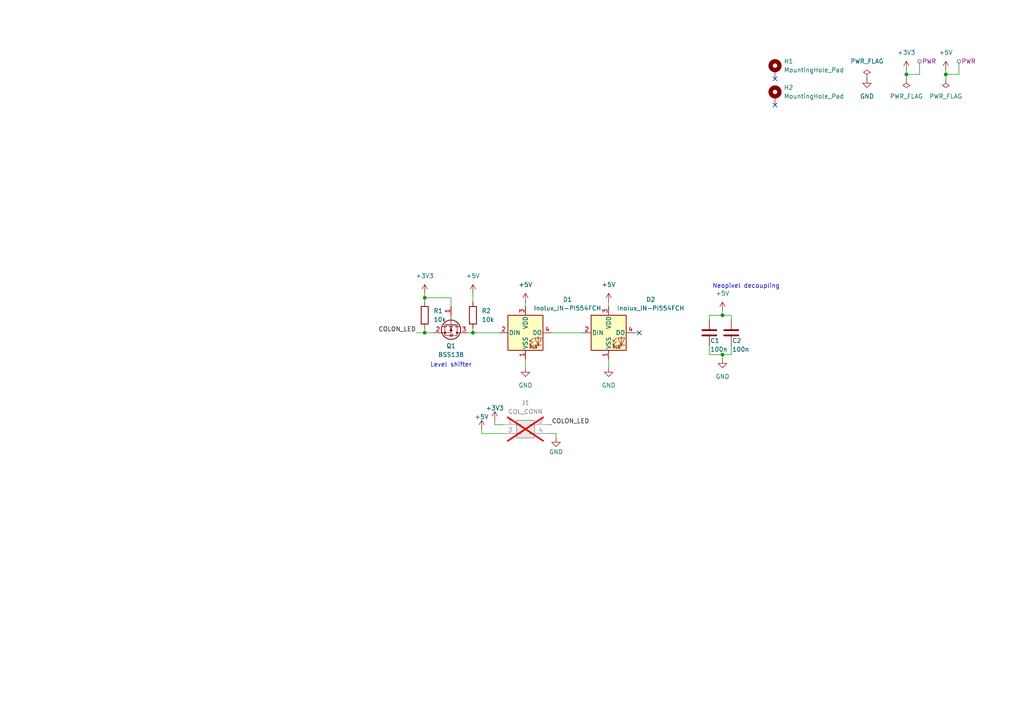
<source format=kicad_sch>
(kicad_sch (version 20250114) (generator "eeschema") (generator_version "9.0")
  (paper "A4")
  (lib_symbols
    (symbol "Connector_Generic:Conn_02x02_Odd_Even" (pin_names (offset 1.016) (hide yes))
      (property "Reference" "J" (at 1.27 2.54 0))
      (property "Value" "Conn_02x02_Odd_Even" (at 1.27 -5.08 0))
      (symbol "Conn_02x02_Odd_Even_1_1"
        (rectangle (start -1.27 1.27) (end 3.81 -3.81) (stroke (width 0.254)) (fill (type background)))
        (rectangle (start -1.27 0.127) (end 0 -0.127) (stroke (width 0.1524)))
        (rectangle (start -1.27 -2.413) (end 0 -2.667) (stroke (width 0.1524)))
        (rectangle (start 3.81 0.127) (end 2.54 -0.127) (stroke (width 0.1524)))
        (rectangle (start 3.81 -2.413) (end 2.54 -2.667) (stroke (width 0.1524)))
        (pin passive line (at -5.08 0 0) (length 3.81) (name "Pin_1") (number "1"))
        (pin passive line (at -5.08 -2.54 0) (length 3.81) (name "Pin_3") (number "3"))
        (pin passive line (at 7.62 0 180) (length 3.81) (name "Pin_2") (number "2"))
        (pin passive line (at 7.62 -2.54 180) (length 3.81) (name "Pin_4") (number "4"))
      )
    )
    (symbol "Device:C" (pin_numbers (hide yes)) (pin_names (offset 0.254))
      (property "Reference" "C" (at 0.635 2.54 0))
      (property "Value" "C" (at 0.635 -2.54 0))
      (symbol "C_0_1"
        (polyline (pts (xy -2.032 0.762) (xy 2.032 0.762)) (stroke (width 0.508)))
        (polyline (pts (xy -2.032 -0.762) (xy 2.032 -0.762)) (stroke (width 0.508)))
      )
      (symbol "C_1_1"
        (pin passive line (at 0 3.81 270) (length 2.794) (name "~") (number "1"))
        (pin passive line (at 0 -3.81 90) (length 2.794) (name "~") (number "2"))
      )
    )
    (symbol "Device:R" (pin_numbers (hide yes)) (pin_names (offset 0))
      (property "Reference" "R" (at 2.032 0 90))
      (property "Value" "R" (at 0 0 90))
      (symbol "R_0_1"
        (rectangle (start -1.016 -2.54) (end 1.016 2.54) (stroke (width 0.254)))
      )
      (symbol "R_1_1"
        (pin passive line (at 0 3.81 270) (length 1.27) (name "~") (number "1"))
        (pin passive line (at 0 -3.81 90) (length 1.27) (name "~") (number "2"))
      )
    )
    (symbol "LED:Inolux_IN-PI554FCH" (pin_names (offset 0.254))
      (property "Reference" "D" (at 5.08 5.715 0))
      (property "Value" "Inolux_IN-PI554FCH" (at 1.27 -5.715 0))
      (symbol "Inolux_IN-PI554FCH_0_0"
        (text "RGB" (at 2.286 -4.191 0) (effects (font (size 0.762 0.762))))
      )
      (symbol "Inolux_IN-PI554FCH_0_1"
        (polyline (pts (xy 1.27 -2.54) (xy 1.778 -2.54)))
        (polyline (pts (xy 1.27 -3.556) (xy 1.778 -3.556)))
        (polyline (pts (xy 2.286 -1.524) (xy 1.27 -2.54) (xy 1.27 -2.032)))
        (polyline (pts (xy 2.286 -2.54) (xy 1.27 -3.556) (xy 1.27 -3.048)))
        (polyline (pts (xy 3.683 -1.016) (xy 3.683 -3.556) (xy 3.683 -4.064)))
        (polyline (pts (xy 4.699 -1.524) (xy 2.667 -1.524) (xy 3.683 -3.556) (xy 4.699 -1.524)))
        (polyline (pts (xy 4.699 -3.556) (xy 2.667 -3.556)))
        (rectangle (start 5.08 5.08) (end -5.08 -5.08) (stroke (width 0.254)) (fill (type background)))
      )
      (symbol "Inolux_IN-PI554FCH_1_1"
        (pin input line (at -7.62 0 0) (length 2.54) (name "DIN") (number "2"))
        (pin power_in line (at 0 7.62 270) (length 2.54) (name "VDD") (number "3"))
        (pin power_in line (at 0 -7.62 90) (length 2.54) (name "VSS") (number "1"))
        (pin output line (at 7.62 0 180) (length 2.54) (name "DO") (number "4"))
      )
    )
    (symbol "Mechanical:MountingHole_Pad" (pin_numbers (hide yes)) (pin_names (offset 1.016) (hide yes)) (exclude_from_sim yes) (in_bom no)
      (property "Reference" "H" (at 0 6.35 0))
      (property "Value" "MountingHole_Pad" (at 0 4.445 0))
      (symbol "MountingHole_Pad_0_1"
        (circle (center 0 1.27) (radius 1.27) (stroke (width 1.27)))
      )
      (symbol "MountingHole_Pad_1_1"
        (pin input line (at 0 -2.54 90) (length 2.54) (name "1") (number "1"))
      )
    )
    (symbol "Transistor_FET:BSS138" (pin_names (hide yes))
      (property "Reference" "Q" (at 5.08 1.905 0))
      (property "Value" "BSS138" (at 5.08 0 0))
      (symbol "BSS138_0_1"
        (polyline (pts (xy 0.254 1.905) (xy 0.254 -1.905)) (stroke (width 0.254)))
        (polyline (pts (xy 0.254 0) (xy -2.54 0)))
        (polyline (pts (xy 0.762 2.286) (xy 0.762 1.27)) (stroke (width 0.254)))
        (polyline (pts (xy 0.762 0.508) (xy 0.762 -0.508)) (stroke (width 0.254)))
        (polyline (pts (xy 0.762 -1.27) (xy 0.762 -2.286)) (stroke (width 0.254)))
        (polyline (pts (xy 0.762 -1.778) (xy 3.302 -1.778) (xy 3.302 1.778) (xy 0.762 1.778)))
        (polyline (pts (xy 1.016 0) (xy 2.032 0.381) (xy 2.032 -0.381) (xy 1.016 0)) (fill (type outline)))
        (circle (center 1.651 0) (radius 2.794) (stroke (width 0.254)))
        (polyline (pts (xy 2.54 2.54) (xy 2.54 1.778)))
        (circle (center 2.54 1.778) (radius 0.254) (fill (type outline)))
        (circle (center 2.54 -1.778) (radius 0.254) (fill (type outline)))
        (polyline (pts (xy 2.54 -2.54) (xy 2.54 0) (xy 0.762 0)))
        (polyline (pts (xy 2.794 0.508) (xy 2.921 0.381) (xy 3.683 0.381) (xy 3.81 0.254)))
        (polyline (pts (xy 3.302 0.381) (xy 2.921 -0.254) (xy 3.683 -0.254) (xy 3.302 0.381)))
      )
      (symbol "BSS138_1_1"
        (pin input line (at -5.08 0 0) (length 2.54) (name "G") (number "1"))
        (pin passive line (at 2.54 5.08 270) (length 2.54) (name "D") (number "3"))
        (pin passive line (at 2.54 -5.08 90) (length 2.54) (name "S") (number "2"))
      )
    )
    (symbol "power:+3V3" (power) (pin_numbers (hide yes)) (pin_names (offset 0) (hide yes))
      (property "Value" "+3V3" (at 0 3.556 0))
      (symbol "+3V3_0_1"
        (polyline (pts (xy -0.762 1.27) (xy 0 2.54)))
        (polyline (pts (xy 0 2.54) (xy 0.762 1.27)))
        (polyline (pts (xy 0 0) (xy 0 2.54)))
      )
      (symbol "+3V3_1_1"
        (pin power_in line (at 0 0 90) (length 0) (name "~") (number "1"))
      )
    )
    (symbol "power:+5V" (power) (pin_numbers (hide yes)) (pin_names (offset 0) (hide yes))
      (property "Value" "+5V" (at 0 3.556 0))
      (symbol "+5V_0_1"
        (polyline (pts (xy -0.762 1.27) (xy 0 2.54)))
        (polyline (pts (xy 0 2.54) (xy 0.762 1.27)))
        (polyline (pts (xy 0 0) (xy 0 2.54)))
      )
      (symbol "+5V_1_1"
        (pin power_in line (at 0 0 90) (length 0) (name "~") (number "1"))
      )
    )
    (symbol "power:GND" (power) (pin_numbers (hide yes)) (pin_names (offset 0) (hide yes))
      (property "Value" "GND" (at 0 -3.81 0))
      (symbol "GND_0_1"
        (polyline (pts (xy 0 0) (xy 0 -1.27) (xy 1.27 -1.27) (xy 0 -2.54) (xy -1.27 -1.27) (xy 0 -1.27)))
      )
      (symbol "GND_1_1"
        (pin power_in line (at 0 0 270) (length 0) (name "~") (number "1"))
      )
    )
    (symbol "power:PWR_FLAG" (power) (pin_numbers (hide yes)) (pin_names (offset 0) (hide yes))
      (property "Value" "PWR_FLAG" (at 0 3.81 0))
      (symbol "PWR_FLAG_0_0"
        (pin power_out line (at 0 0 90) (length 0) (name "~") (number "1"))
      )
      (symbol "PWR_FLAG_0_1"
        (polyline (pts (xy 0 0) (xy 0 1.27) (xy -1.016 1.905) (xy 0 2.54) (xy 1.016 1.905) (xy 0 1.27)))
      )
    )
  )
  (bus_alias "ShiftRegister" (members "SRCLK" "/SRCLR" "RCLK"))
  (text "Neopixel decoupling" (at 216.408 83.058 0) (effects (font (size 1.27 1.27))))
  (text "Level shifter" (at 130.81 105.918 0) (effects (font (size 1.27 1.27))))
  (junction (at 209.55 91.44))
  (junction (at 137.16 96.52))
  (junction (at 123.19 96.52))
  (junction (at 123.19 86.36))
  (junction (at 274.32 21.59))
  (junction (at 262.89 21.59))
  (junction (at 209.55 102.87))
  (no_connect (at 224.79 22.86))
  (no_connect (at 185.42 96.52))
  (no_connect (at 224.79 30.48))
  (wire (pts (xy 152.4 87.63) (xy 152.4 88.9)))
  (wire (pts (xy 212.09 100.33) (xy 212.09 102.87)))
  (wire (pts (xy 262.89 20.32) (xy 262.89 21.59)))
  (wire (pts (xy 205.74 102.87) (xy 209.55 102.87)))
  (wire (pts (xy 123.19 96.52) (xy 125.73 96.52)))
  (wire (pts (xy 139.7 125.73) (xy 146.05 125.73)))
  (wire (pts (xy 266.7 21.59) (xy 262.89 21.59)))
  (wire (pts (xy 161.29 127) (xy 161.29 125.73)))
  (wire (pts (xy 209.55 91.44) (xy 212.09 91.44)))
  (wire (pts (xy 209.55 102.87) (xy 209.55 104.14)))
  (wire (pts (xy 176.53 104.14) (xy 176.53 106.68)))
  (wire (pts (xy 205.74 100.33) (xy 205.74 102.87)))
  (wire (pts (xy 160.02 96.52) (xy 168.91 96.52)))
  (wire (pts (xy 137.16 96.52) (xy 144.78 96.52)))
  (wire (pts (xy 161.29 125.73) (xy 158.75 125.73)))
  (wire (pts (xy 123.19 96.52) (xy 123.19 95.25)))
  (wire (pts (xy 135.89 96.52) (xy 137.16 96.52)))
  (wire (pts (xy 176.53 87.63) (xy 176.53 88.9)))
  (wire (pts (xy 120.65 96.52) (xy 123.19 96.52)))
  (wire (pts (xy 123.19 86.36) (xy 123.19 87.63)))
  (wire (pts (xy 209.55 90.17) (xy 209.55 91.44)))
  (wire (pts (xy 266.7 20.32) (xy 266.7 21.59)))
  (wire (pts (xy 274.32 20.32) (xy 274.32 21.59)))
  (wire (pts (xy 130.81 88.9) (xy 130.81 86.36)))
  (wire (pts (xy 209.55 102.87) (xy 212.09 102.87)))
  (wire (pts (xy 184.15 96.52) (xy 185.42 96.52)))
  (wire (pts (xy 212.09 91.44) (xy 212.09 92.71)))
  (wire (pts (xy 274.32 21.59) (xy 274.32 22.86)))
  (wire (pts (xy 123.19 85.09) (xy 123.19 86.36)))
  (wire (pts (xy 278.13 20.32) (xy 278.13 21.59)))
  (wire (pts (xy 205.74 92.71) (xy 205.74 91.44)))
  (wire (pts (xy 143.51 123.19) (xy 146.05 123.19)))
  (wire (pts (xy 262.89 22.86) (xy 262.89 21.59)))
  (wire (pts (xy 278.13 21.59) (xy 274.32 21.59)))
  (wire (pts (xy 143.51 121.92) (xy 143.51 123.19)))
  (wire (pts (xy 137.16 96.52) (xy 137.16 95.25)))
  (wire (pts (xy 160.02 123.19) (xy 158.75 123.19)))
  (wire (pts (xy 205.74 91.44) (xy 209.55 91.44)))
  (wire (pts (xy 152.4 104.14) (xy 152.4 106.68)))
  (wire (pts (xy 139.7 125.73) (xy 139.7 124.46)))
  (wire (pts (xy 137.16 85.09) (xy 137.16 87.63)))
  (wire (pts (xy 130.81 86.36) (xy 123.19 86.36)))
  (label "COLON_LED" (at 160.02 123.19 0))
  (label "COLON_LED" (at 120.65 96.52 180))
  (netclass_flag "" (length 2.54) (shape round) (at 278.13 20.32 0) (property "Netclass" "PWR" (at 278.8285 17.78 0) (effects (justify left))))
  (netclass_flag "" (length 2.54) (shape round) (at 266.7 20.32 0) (property "Netclass" "PWR" (at 267.3985 17.78 0) (effects (justify left))))
  (symbol (lib_id "Device:R") (at 123.19 91.44 0) (unit 1)
    (property "Reference" "R1" (at 125.73 90.1699 0) (effects (justify left)))
    (property "Value" "10k" (at 125.73 92.7099 0) (effects (justify left)))
    (property "Footprint" "Resistor_SMD:R_0805_2012Metric" (effects (hide yes)))
    (property "Description" "Resistor" (effects (hide yes)))
  )
  (symbol (lib_id "power:GND") (at 176.53 106.68 0) (unit 1)
    (property "Reference" "#PWR011" (effects (hide yes)))
    (property "Value" "GND" (at 176.53 111.76 0))
    (property "Description" "Power symbol creates a global label with name \"GND\" , ground" (effects (hide yes)))
  )
  (symbol (lib_id "Transistor_FET:BSS138") (at 130.81 93.98 270) (unit 1)
    (property "Reference" "Q1" (at 130.81 100.33 90))
    (property "Value" "BSS138" (at 130.81 102.87 90))
    (property "Footprint" "Package_TO_SOT_SMD:SOT-23" (effects (hide yes)))
    (property "Datasheet" "https://www.onsemi.com/pub/Collateral/BSS138-D.PDF" (effects (hide yes)))
    (property "Description" "50V Vds, 0.22A Id, N-Channel MOSFET, SOT-23" (effects (hide yes)))
  )
  (symbol (lib_id "LED:Inolux_IN-PI554FCH") (at 152.4 96.52 0) (unit 1)
    (property "Reference" "D1" (at 164.592 86.868 0))
    (property "Value" "Inolux_IN-PI554FCH" (at 164.592 89.408 0))
    (property "Footprint" "LED_SMD:LED_Inolux_IN-PI554FCH_PLCC4_5.0x5.0mm_P3.2mm" (effects (hide yes)))
    (property "Datasheet" "http://www.inolux-corp.com/datasheet/SMDLED/Addressable%20LED/IN-PI554FCH.pdf" (effects (hide yes)))
    (property "Description" "5050 RGB LED 4-Pin with integrated IC" (effects (hide yes)))
  )
  (symbol (lib_id "Device:R") (at 137.16 91.44 0) (unit 1)
    (property "Reference" "R2" (at 139.7 90.1699 0) (effects (justify left)))
    (property "Value" "10k" (at 139.7 92.7099 0) (effects (justify left)))
    (property "Footprint" "Resistor_SMD:R_0805_2012Metric" (effects (hide yes)))
    (property "Description" "Resistor" (effects (hide yes)))
  )
  (symbol (lib_id "power:+5V") (at 139.7 124.46 0) (mirror y) (unit 1)
    (property "Reference" "#PWR013" (effects (hide yes)))
    (property "Value" "+5V" (at 139.7 120.904 0))
    (property "Description" "Power symbol creates a global label with name \"+5V\"" (effects (hide yes)))
  )
  (symbol (lib_id "power:GND") (at 251.46 22.86 0) (unit 1)
    (property "Reference" "#PWR03" (effects (hide yes)))
    (property "Value" "GND" (at 251.46 27.94 0))
    (property "Description" "Power symbol creates a global label with name \"GND\" , ground" (effects (hide yes)))
  )
  (symbol (lib_id "Device:C") (at 212.09 96.52 0) (unit 1)
    (property "Reference" "C2" (at 212.344 98.806 0) (effects (justify left)))
    (property "Value" "100n" (at 212.344 101.346 0) (effects (justify left)))
    (property "Footprint" "Capacitor_SMD:C_0805_2012Metric" (effects (hide yes)))
    (property "Description" "Unpolarized capacitor" (effects (hide yes)))
  )
  (symbol (lib_id "power:+5V") (at 152.4 87.63 0) (unit 1)
    (property "Reference" "#PWR06" (effects (hide yes)))
    (property "Value" "+5V" (at 152.4 82.55 0))
    (property "Description" "Power symbol creates a global label with name \"+5V\"" (effects (hide yes)))
  )
  (symbol (lib_id "power:GND") (at 161.29 127 0) (mirror y) (unit 1)
    (property "Reference" "#PWR014" (effects (hide yes)))
    (property "Value" "GND" (at 161.29 131.064 0))
    (property "Description" "Power symbol creates a global label with name \"GND\" , ground" (effects (hide yes)))
  )
  (symbol (lib_id "power:+5V") (at 209.55 90.17 0) (unit 1)
    (property "Reference" "#PWR08" (effects (hide yes)))
    (property "Value" "+5V" (at 209.55 85.09 0))
    (property "Description" "Power symbol creates a global label with name \"+5V\"" (effects (hide yes)))
  )
  (symbol (lib_id "power:+5V") (at 274.32 20.32 0) (unit 1)
    (property "Reference" "#PWR02" (effects (hide yes)))
    (property "Value" "+5V" (at 274.32 15.24 0))
    (property "Description" "Power symbol creates a global label with name \"+5V\"" (effects (hide yes)))
  )
  (symbol (lib_id "Mechanical:MountingHole_Pad") (at 224.79 27.94 0) (unit 1) (exclude_from_sim yes) (in_bom no)
    (property "Reference" "H2" (at 227.33 25.3999 0) (effects (justify left)))
    (property "Value" "MountingHole_Pad" (at 227.33 27.9399 0) (effects (justify left)))
    (property "Footprint" "MountingHole:MountingHole_3.2mm_M3_ISO14580_Pad_TopBottom" (effects (hide yes)))
    (property "Description" "Mounting Hole with connection" (effects (hide yes)))
  )
  (symbol (lib_id "Mechanical:MountingHole_Pad") (at 224.79 20.32 0) (unit 1) (exclude_from_sim yes) (in_bom no)
    (property "Reference" "H1" (at 227.33 17.7799 0) (effects (justify left)))
    (property "Value" "MountingHole_Pad" (at 227.33 20.3199 0) (effects (justify left)))
    (property "Footprint" "MountingHole:MountingHole_3.2mm_M3_ISO14580_Pad_TopBottom" (effects (hide yes)))
    (property "Description" "Mounting Hole with connection" (effects (hide yes)))
  )
  (symbol (lib_id "power:+5V") (at 137.16 85.09 0) (unit 1)
    (property "Reference" "#PWR05" (effects (hide yes)))
    (property "Value" "+5V" (at 137.16 80.01 0))
    (property "Description" "Power symbol creates a global label with name \"+5V\"" (effects (hide yes)))
  )
  (symbol (lib_id "Device:C") (at 205.74 96.52 0) (unit 1)
    (property "Reference" "C1" (at 205.994 98.806 0) (effects (justify left)))
    (property "Value" "100n" (at 205.994 101.346 0) (effects (justify left)))
    (property "Footprint" "Capacitor_SMD:C_0805_2012Metric" (effects (hide yes)))
    (property "Description" "Unpolarized capacitor" (effects (hide yes)))
  )
  (symbol (lib_id "power:+3V3") (at 262.89 20.32 0) (unit 1)
    (property "Reference" "#PWR01" (effects (hide yes)))
    (property "Value" "+3V3" (at 262.89 15.24 0))
    (property "Description" "Power symbol creates a global label with name \"+3V3\"" (effects (hide yes)))
  )
  (symbol (lib_id "power:PWR_FLAG") (at 251.46 22.86 0) (unit 1)
    (property "Reference" "#FLG01" (effects (hide yes)))
    (property "Value" "PWR_FLAG" (at 251.46 17.78 0))
    (property "Description" "Special symbol for telling ERC where power comes from" (effects (hide yes)))
  )
  (symbol (lib_id "power:PWR_FLAG") (at 274.32 22.86 180) (unit 1)
    (property "Reference" "#FLG03" (effects (hide yes)))
    (property "Value" "PWR_FLAG" (at 274.32 27.94 0))
    (property "Description" "Special symbol for telling ERC where power comes from" (effects (hide yes)))
  )
  (symbol (lib_id "power:+3V3") (at 123.19 85.09 0) (unit 1)
    (property "Reference" "#PWR04" (effects (hide yes)))
    (property "Value" "+3V3" (at 123.19 80.01 0))
    (property "Description" "Power symbol creates a global label with name \"+3V3\"" (effects (hide yes)))
  )
  (symbol (lib_id "power:+5V") (at 176.53 87.63 0) (unit 1)
    (property "Reference" "#PWR07" (effects (hide yes)))
    (property "Value" "+5V" (at 176.53 82.55 0))
    (property "Description" "Power symbol creates a global label with name \"+5V\"" (effects (hide yes)))
  )
  (symbol (lib_id "power:PWR_FLAG") (at 262.89 22.86 180) (unit 1)
    (property "Reference" "#FLG02" (effects (hide yes)))
    (property "Value" "PWR_FLAG" (at 262.89 27.94 0))
    (property "Description" "Special symbol for telling ERC where power comes from" (effects (hide yes)))
  )
  (symbol (lib_id "power:+3V3") (at 143.51 121.92 0) (unit 1)
    (property "Reference" "#PWR012" (effects (hide yes)))
    (property "Value" "+3V3" (at 143.51 118.364 0))
    (property "Description" "Power symbol creates a global label with name \"+3V3\"" (effects (hide yes)))
  )
  (symbol (lib_id "LED:Inolux_IN-PI554FCH") (at 176.53 96.52 0) (unit 1)
    (property "Reference" "D2" (at 188.722 86.868 0))
    (property "Value" "Inolux_IN-PI554FCH" (at 188.722 89.408 0))
    (property "Footprint" "LED_SMD:LED_Inolux_IN-PI554FCH_PLCC4_5.0x5.0mm_P3.2mm" (effects (hide yes)))
    (property "Datasheet" "http://www.inolux-corp.com/datasheet/SMDLED/Addressable%20LED/IN-PI554FCH.pdf" (effects (hide yes)))
    (property "Description" "5050 RGB LED 4-Pin with integrated IC" (effects (hide yes)))
  )
  (symbol (lib_id "power:GND") (at 209.55 104.14 0) (unit 1)
    (property "Reference" "#PWR09" (effects (hide yes)))
    (property "Value" "GND" (at 209.55 109.22 0))
    (property "Description" "Power symbol creates a global label with name \"GND\" , ground" (effects (hide yes)))
  )
  (symbol (lib_id "power:GND") (at 152.4 106.68 0) (unit 1)
    (property "Reference" "#PWR010" (effects (hide yes)))
    (property "Value" "GND" (at 152.4 111.76 0))
    (property "Description" "Power symbol creates a global label with name \"GND\" , ground" (effects (hide yes)))
  )
  (symbol (lib_id "Connector_Generic:Conn_02x02_Odd_Even") (at 151.13 123.19 0) (unit 1) (dnp yes)
    (property "Reference" "J1" (at 152.4 116.84 0))
    (property "Value" "COL_CONN" (at 152.4 119.38 0))
    (property "Footprint" "Connector_PinHeader_2.00mm:PinHeader_2x02_P2.00mm_Vertical" (effects (hide yes)))
    (property "Description" "Generic connector, double row, 02x02, odd/even pin numbering scheme (row 1 odd numbers, row 2 even numbers), script generated (kicad-library-utils/schlib/autogen/connector/)" (effects (hide yes)))
  )
)
</source>
